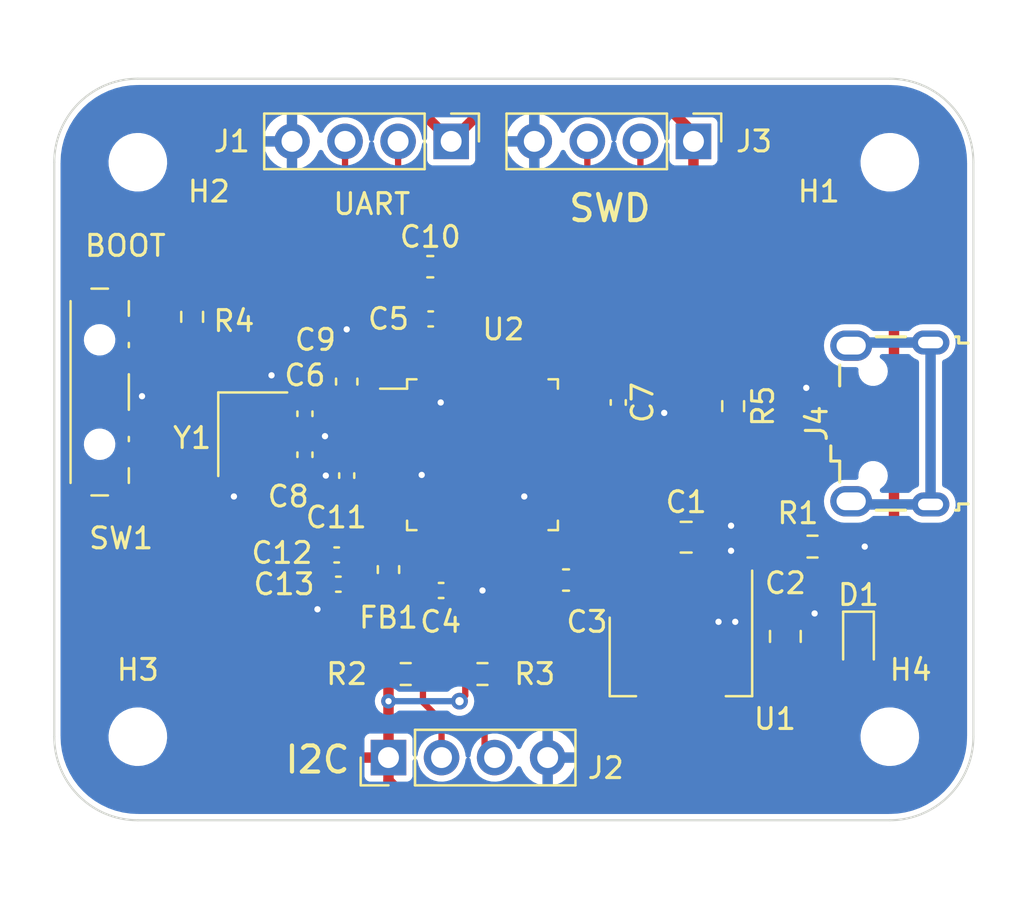
<source format=kicad_pcb>
(kicad_pcb (version 20211014) (generator pcbnew)
  (layers (0 "F.Cu" signal) (31 "B.Cu" power) (34 "B.Paste" user) (35 "F.Paste" user) (36 "B.SilkS" user "B.Silkscreen") (37 "F.SilkS" user "F.Silkscreen") (38 "B.Mask" user) (39 "F.Mask" user) (44 "Edge.Cuts" user))
  (net 0 "")
  (net 1 "VBUS")
  (net 2 "GND")
  (net 3 "+3V3")
  (net 4 "/NRST")
  (net 5 "/HSE_IN")
  (net 6 "/HSE_OUT")
  (net 7 "+3.3VA")
  (net 8 "Net-(D1-Pad1)")
  (net 9 "/UART1_TX")
  (net 10 "/UART1_RX")
  (net 11 "/I2C2_SCL")
  (net 12 "/I2C2_SDA")
  (net 13 "/SWDIO")
  (net 14 "/SWCLK")
  (net 16 "unconnected-(J4-Pad6)")
  (net 17 "/SW_BOOT0")
  (net 18 "/BOOT0")
  (net 46 "/USB_d+")
  (net 47 "/USB_d-")
  (footprint "Capacitor_SMD:C_0402_1005Metric" (layer "F.Cu") (at 166.02 99.5)
    (fp_text reference "C5" (at -2.02 0) (layer "F.SilkS"))
    (fp_text value "100n")
    (fp_line (start -0.107836 0.36) (end 0.107836 0.36) (layer "F.SilkS") (width 0.12))
    (fp_line (start -0.107836 -0.36) (end 0.107836 -0.36) (layer "F.SilkS") (width 0.12))
    (pad "1" smd roundrect (at -0.48 0) (size 0.56 0.62) (layers "F.Cu" "F.Paste" "F.Mask") (net 3 "+3V3"))
    (pad "2" smd roundrect (at 0.48 0) (size 0.56 0.62) (layers "F.Cu" "F.Paste" "F.Mask") (net 2 "GND"))
  )
  (footprint "Capacitor_SMD:C_0402_1005Metric" (layer "F.Cu") (at 162 107 90)
    (fp_text reference "C11" (at -2 -0.5) (layer "F.SilkS"))
    (fp_text value "10n")
    (fp_line (start -0.107836 -0.36) (end 0.107836 -0.36) (layer "F.SilkS") (width 0.12))
    (fp_line (start -0.107836 0.36) (end 0.107836 0.36) (layer "F.SilkS") (width 0.12))
    (pad "1" smd roundrect (at -0.48 0 90) (size 0.56 0.62) (layers "F.Cu" "F.Paste" "F.Mask") (net 7 "+3.3VA"))
    (pad "2" smd roundrect (at 0.48 0 90) (size 0.56 0.62) (layers "F.Cu" "F.Paste" "F.Mask") (net 2 "GND"))
  )
  (footprint "Inductor_SMD:L_0603_1608Metric" (layer "F.Cu") (at 164 111.5 -90)
    (fp_text reference "FB1" (at 2.3 0) (layer "F.SilkS"))
    (fp_text value "120R")
    (fp_line (start -0.162779 0.51) (end 0.162779 0.51) (layer "F.SilkS") (width 0.12))
    (fp_line (start -0.162779 -0.51) (end 0.162779 -0.51) (layer "F.SilkS") (width 0.12))
    (pad "1" smd roundrect (at -0.7875 0 270) (size 0.875 0.95) (layers "F.Cu" "F.Paste" "F.Mask") (net 7 "+3.3VA"))
    (pad "2" smd roundrect (at 0.7875 0 270) (size 0.875 0.95) (layers "F.Cu" "F.Paste" "F.Mask") (net 3 "+3V3"))
  )
  (footprint "Resistor_SMD:R_0603_1608Metric" (layer "F.Cu") (at 154.6 99.4 90)
    (fp_text reference "R4" (at -0.2 2) (layer "F.SilkS"))
    (fp_text value "10K")
    (fp_line (start -0.237258 0.5225) (end 0.237258 0.5225) (layer "F.SilkS") (width 0.12))
    (fp_line (start -0.237258 -0.5225) (end 0.237258 -0.5225) (layer "F.SilkS") (width 0.12))
    (pad "1" smd roundrect (at -0.825 0 90) (size 0.8 0.95) (layers "F.Cu" "F.Paste" "F.Mask") (net 17 "/SW_BOOT0"))
    (pad "2" smd roundrect (at 0.825 0 90) (size 0.8 0.95) (layers "F.Cu" "F.Paste" "F.Mask") (net 18 "/BOOT0"))
  )
  (footprint "Capacitor_SMD:C_0805_2012Metric" (layer "F.Cu") (at 178.25 109.95)
    (fp_text reference "C1" (at 0 -1.68) (layer "F.SilkS"))
    (fp_text value "22uf")
    (fp_line (start -0.261252 0.735) (end 0.261252 0.735) (layer "F.SilkS") (width 0.12))
    (fp_line (start -0.261252 -0.735) (end 0.261252 -0.735) (layer "F.SilkS") (width 0.12))
    (pad "1" smd roundrect (at -0.95 0) (size 1 1.45) (layers "F.Cu" "F.Paste" "F.Mask") (net 1 "VBUS"))
    (pad "2" smd roundrect (at 0.95 0) (size 1 1.45) (layers "F.Cu" "F.Paste" "F.Mask") (net 2 "GND"))
  )
  (footprint "Capacitor_SMD:C_0805_2012Metric" (layer "F.Cu") (at 183 114.7 90)
    (fp_text reference "C2" (at 2.55 0) (layer "F.SilkS"))
    (fp_text value "22uf")
    (fp_line (start -0.261252 0.735) (end 0.261252 0.735) (layer "F.SilkS") (width 0.12))
    (fp_line (start -0.261252 -0.735) (end 0.261252 -0.735) (layer "F.SilkS") (width 0.12))
    (pad "1" smd roundrect (at -0.95 0 90) (size 1 1.45) (layers "F.Cu" "F.Paste" "F.Mask") (net 3 "+3V3"))
    (pad "2" smd roundrect (at 0.95 0 90) (size 1 1.45) (layers "F.Cu" "F.Paste" "F.Mask") (net 2 "GND"))
  )
  (footprint "Resistor_SMD:R_0603_1608Metric" (layer "F.Cu") (at 168.5 116.5)
    (fp_text reference "R3" (at 2.5 0) (layer "F.SilkS"))
    (fp_text value "1K5")
    (fp_line (start -0.237258 0.5225) (end 0.237258 0.5225) (layer "F.SilkS") (width 0.12))
    (fp_line (start -0.237258 -0.5225) (end 0.237258 -0.5225) (layer "F.SilkS") (width 0.12))
    (pad "1" smd roundrect (at -0.825 0) (size 0.8 0.95) (layers "F.Cu" "F.Paste" "F.Mask") (net 3 "+3V3"))
    (pad "2" smd roundrect (at 0.825 0) (size 0.8 0.95) (layers "F.Cu" "F.Paste" "F.Mask") (net 12 "/I2C2_SDA"))
  )
  (footprint "Resistor_SMD:R_0603_1608Metric" (layer "F.Cu") (at 164.825 116.5)
    (fp_text reference "R2" (at -2.825 0) (layer "F.SilkS"))
    (fp_text value "1K5")
    (fp_line (start -0.237258 -0.5225) (end 0.237258 -0.5225) (layer "F.SilkS") (width 0.12))
    (fp_line (start -0.237258 0.5225) (end 0.237258 0.5225) (layer "F.SilkS") (width 0.12))
    (pad "1" smd roundrect (at -0.825 0) (size 0.8 0.95) (layers "F.Cu" "F.Paste" "F.Mask") (net 3 "+3V3"))
    (pad "2" smd roundrect (at 0.825 0) (size 0.8 0.95) (layers "F.Cu" "F.Paste" "F.Mask") (net 11 "/I2C2_SCL"))
  )
  (footprint "Capacitor_SMD:C_0603_1608Metric" (layer "F.Cu") (at 166 97)
    (fp_text reference "C10" (at 0 -1.43) (layer "F.SilkS"))
    (fp_text value "100n")
    (fp_line (start -0.14058 -0.51) (end 0.14058 -0.51) (layer "F.SilkS") (width 0.12))
    (fp_line (start -0.14058 0.51) (end 0.14058 0.51) (layer "F.SilkS") (width 0.12))
    (pad "1" smd roundrect (at -0.775 0) (size 0.9 0.95) (layers "F.Cu" "F.Paste" "F.Mask") (net 3 "+3V3"))
    (pad "2" smd roundrect (at 0.775 0) (size 0.9 0.95) (layers "F.Cu" "F.Paste" "F.Mask") (net 2 "GND"))
  )
  (footprint "Capacitor_SMD:C_0603_1608Metric" (layer "F.Cu") (at 172.5 112 180)
    (fp_text reference "C3" (at -1 -2) (layer "F.SilkS"))
    (fp_text value "10uf")
    (fp_line (start -0.14058 0.51) (end 0.14058 0.51) (layer "F.SilkS") (width 0.12))
    (fp_line (start -0.14058 -0.51) (end 0.14058 -0.51) (layer "F.SilkS") (width 0.12))
    (pad "1" smd roundrect (at -0.775 0 180) (size 0.9 0.95) (layers "F.Cu" "F.Paste" "F.Mask") (net 3 "+3V3"))
    (pad "2" smd roundrect (at 0.775 0 180) (size 0.9 0.95) (layers "F.Cu" "F.Paste" "F.Mask") (net 2 "GND"))
  )
  (footprint "Capacitor_SMD:C_0402_1005Metric" (layer "F.Cu") (at 166.52 112.5)
    (fp_text reference "C4" (at -0.02 1.5) (layer "F.SilkS"))
    (fp_text value "100n")
    (fp_line (start -0.107836 0.36) (end 0.107836 0.36) (layer "F.SilkS") (width 0.12))
    (fp_line (start -0.107836 -0.36) (end 0.107836 -0.36) (layer "F.SilkS") (width 0.12))
    (pad "1" smd roundrect (at -0.48 0) (size 0.56 0.62) (layers "F.Cu" "F.Paste" "F.Mask") (net 4 "/NRST"))
    (pad "2" smd roundrect (at 0.48 0) (size 0.56 0.62) (layers "F.Cu" "F.Paste" "F.Mask") (net 2 "GND"))
  )
  (footprint "Capacitor_SMD:C_0402_1005Metric" (layer "F.Cu") (at 175 103.5 -90)
    (fp_text reference "C7" (at 0 -1.16 90) (layer "F.SilkS"))
    (fp_text value "100n")
    (fp_line (start -0.107836 -0.36) (end 0.107836 -0.36) (layer "F.SilkS") (width 0.12))
    (fp_line (start -0.107836 0.36) (end 0.107836 0.36) (layer "F.SilkS") (width 0.12))
    (pad "1" smd roundrect (at -0.48 0 270) (size 0.56 0.62) (layers "F.Cu" "F.Paste" "F.Mask") (net 3 "+3V3"))
    (pad "2" smd roundrect (at 0.48 0 270) (size 0.56 0.62) (layers "F.Cu" "F.Paste" "F.Mask") (net 2 "GND"))
  )
  (footprint "Connector_PinHeader_2.54mm:PinHeader_1x04_P2.54mm_Vertical" (layer "F.Cu") (at 178.6 91 -90)
    (fp_text reference "J3" (at 0 -2.9 180) (layer "F.SilkS"))
    (fp_text value "Conn_01x04_Male")
    (fp_line (start -1.33 -1.33) (end 0 -1.33) (layer "F.SilkS") (width 0.12))
    (fp_line (start -1.33 1.27) (end -1.33 8.95) (layer "F.SilkS") (width 0.12))
    (fp_line (start 1.33 1.27) (end 1.33 8.95) (layer "F.SilkS") (width 0.12))
    (fp_line (start -1.33 1.27) (end 1.33 1.27) (layer "F.SilkS") (width 0.12))
    (fp_line (start -1.33 0) (end -1.33 -1.33) (layer "F.SilkS") (width 0.12))
    (fp_line (start -1.33 8.95) (end 1.33 8.95) (layer "F.SilkS") (width 0.12))
    (pad "1" thru_hole rect (at 0 0 270) (size 1.7 1.7) (drill 1) (layers *.Cu *.Mask) (net 3 "+3V3"))
    (pad "2" thru_hole oval (at 0 2.54 270) (size 1.7 1.7) (drill 1) (layers *.Cu *.Mask) (net 13 "/SWDIO"))
    (pad "3" thru_hole oval (at 0 5.08 270) (size 1.7 1.7) (drill 1) (layers *.Cu *.Mask) (net 14 "/SWCLK"))
    (pad "4" thru_hole oval (at 0 7.62 270) (size 1.7 1.7) (drill 1) (layers *.Cu *.Mask) (net 2 "GND"))
  )
  (footprint "Button_Switch_SMD:SW_SP3T_PCM13" (layer "F.Cu") (at 150.5 103 -90)
    (fp_text reference "SW1" (at 7 -0.7) (layer "F.SilkS"))
    (fp_text value "SW_SPDT")
    (fp_line (start -0.85 -1.07) (end 0.85 -1.07) (layer "F.SilkS") (width 0.12))
    (fp_line (start -2.35 -1.07) (end -2.15 -1.07) (layer "F.SilkS") (width 0.12))
    (fp_line (start -4.35 -1.07) (end -3.65 -1.07) (layer "F.SilkS") (width 0.12))
    (fp_line (start 4.95 0.72) (end 4.95 -0.07) (layer "F.SilkS") (width 0.12))
    (fp_line (start -4.35 1.72) (end 4.35 1.72) (layer "F.SilkS") (width 0.12))
    (fp_line (start 3.65 -1.07) (end 4.35 -1.07) (layer "F.SilkS") (width 0.12))
    (fp_line (start 2.15 -1.07) (end 2.35 -1.07) (layer "F.SilkS") (width 0.12))
    (fp_line (start -4.95 -0.07) (end -4.95 0.72) (layer "F.SilkS") (width 0.12))
    (pad "" np_thru_hole circle (at 2.5 0.33 270) (size 0.9 0.9) (drill 0.9) (layers *.Cu *.Mask))
    (pad "" np_thru_hole circle (at -2.5 0.33 270) (size 0.9 0.9) (drill 0.9) (layers *.Cu *.Mask))
    (pad "" smd rect (at -5.15 -0.78 270) (size 1 0.8) (layers "F.Cu" "F.Paste" "F.Mask"))
    (pad "" smd rect (at 5.15 -0.78 270) (size 1 0.8) (layers "F.Cu" "F.Paste" "F.Mask"))
    (pad "" smd rect (at 5.15 1.43 270) (size 1 0.8) (layers "F.Cu" "F.Paste" "F.Mask"))
    (pad "" smd rect (at -5.15 1.43 270) (size 1 0.8) (layers "F.Cu" "F.Paste" "F.Mask"))
    (pad "1" smd rect (at -3 -1.43 270) (size 0.7 1.5) (layers "F.Cu" "F.Paste" "F.Mask") (net 3 "+3V3"))
    (pad "2" smd rect (at -1.5 -1.43 270) (size 0.7 1.5) (layers "F.Cu" "F.Paste" "F.Mask") (net 17 "/SW_BOOT0"))
    (pad "3" smd rect (at 1.5 -1.43 270) (size 0.7 1.5) (layers "F.Cu" "F.Paste" "F.Mask") (net 2 "GND"))
    (pad "4" smd rect (at 3 -1.43 270) (size 0.7 1.5) (layers "F.Cu" "F.Paste" "F.Mask"))
  )
  (footprint "Capacitor_SMD:C_0402_1005Metric" (layer "F.Cu") (at 160 104.04 90)
    (fp_text reference "C6" (at 1.84 0) (layer "F.SilkS"))
    (fp_text value "10p")
    (fp_line (start -0.107836 -0.36) (end 0.107836 -0.36) (layer "F.SilkS") (width 0.12))
    (fp_line (start -0.107836 0.36) (end 0.107836 0.36) (layer "F.SilkS") (width 0.12))
    (pad "1" smd roundrect (at -0.48 0 90) (size 0.56 0.62) (layers "F.Cu" "F.Paste" "F.Mask") (net 5 "/HSE_IN"))
    (pad "2" smd roundrect (at 0.48 0 90) (size 0.56 0.62) (layers "F.Cu" "F.Paste" "F.Mask") (net 2 "GND"))
  )
  (footprint "Crystal:Crystal_SMD_3225-4Pin_3.2x2.5mm" (layer "F.Cu") (at 157.5 105.02 -90)
    (fp_text reference "Y1" (at 0.18 2.9) (layer "F.SilkS"))
    (fp_text value "16MHZ")
    (fp_line (start -2 1.65) (end 2 1.65) (layer "F.SilkS") (width 0.12))
    (fp_line (start -2 -1.65) (end -2 1.65) (layer "F.SilkS") (width 0.12))
    (pad "1" smd rect (at -1.1 0.85 270) (size 1.4 1.2) (layers "F.Cu" "F.Paste" "F.Mask") (net 5 "/HSE_IN"))
    (pad "2" smd rect (at 1.1 0.85 270) (size 1.4 1.2) (layers "F.Cu" "F.Paste" "F.Mask") (net 2 "GND"))
    (pad "3" smd rect (at 1.1 -0.85 270) (size 1.4 1.2) (layers "F.Cu" "F.Paste" "F.Mask") (net 6 "/HSE_OUT"))
    (pad "4" smd rect (at -1.1 -0.85 270) (size 1.4 1.2) (layers "F.Cu" "F.Paste" "F.Mask") (net 2 "GND"))
  )
  (footprint "Capacitor_SMD:C_0402_1005Metric" (layer "F.Cu") (at 161.52 110.8 180)
    (fp_text reference "C12" (at 2.62 0.1) (layer "F.SilkS"))
    (fp_text value "1uf")
    (fp_line (start -0.107836 -0.36) (end 0.107836 -0.36) (layer "F.SilkS") (width 0.12))
    (fp_line (start -0.107836 0.36) (end 0.107836 0.36) (layer "F.SilkS") (width 0.12))
    (pad "1" smd roundrect (at -0.48 0 180) (size 0.56 0.62) (layers "F.Cu" "F.Paste" "F.Mask") (net 7 "+3.3VA"))
    (pad "2" smd roundrect (at 0.48 0 180) (size 0.56 0.62) (layers "F.Cu" "F.Paste" "F.Mask") (net 2 "GND"))
  )
  (footprint "MountingHole:MountingHole_2.2mm_M2" (layer "F.Cu") (at 188 119.5)
    (fp_text reference "H4" (at 1 -3.2) (layer "F.SilkS"))
    (fp_text value "MountingHole")
    (pad "" np_thru_hole circle (at 0 0) (size 2.2 2.2) (drill 2.2) (layers *.Cu *.Mask))
  )
  (footprint "Resistor_SMD:R_0603_1608Metric" (layer "F.Cu") (at 180.5 103.675 -90)
    (fp_text reference "R5" (at 0 -1.43 90) (layer "F.SilkS"))
    (fp_text value "1K5")
    (fp_line (start -0.237258 -0.5225) (end 0.237258 -0.5225) (layer "F.SilkS") (width 0.12))
    (fp_line (start -0.237258 0.5225) (end 0.237258 0.5225) (layer "F.SilkS") (width 0.12))
    (pad "1" smd roundrect (at -0.825 0 270) (size 0.8 0.95) (layers "F.Cu" "F.Paste" "F.Mask") (net 3 "+3V3"))
    (pad "2" smd roundrect (at 0.825 0 270) (size 0.8 0.95) (layers "F.Cu" "F.Paste" "F.Mask") (net 47 "/USB_d-"))
  )
  (footprint "MountingHole:MountingHole_2.2mm_M2" (layer "F.Cu") (at 152 92)
    (fp_text reference "H2" (at 3.4 1.4) (layer "F.SilkS"))
    (fp_text value "MountingHole")
    (pad "" np_thru_hole circle (at 0 0) (size 2.2 2.2) (drill 2.2) (layers *.Cu *.Mask))
  )
  (footprint "Capacitor_SMD:C_0402_1005Metric" (layer "F.Cu") (at 160 106 90)
    (fp_text reference "C8" (at -2 -0.8) (layer "F.SilkS"))
    (fp_text value "10p")
    (fp_line (start -0.107836 0.36) (end 0.107836 0.36) (layer "F.SilkS") (width 0.12))
    (fp_line (start -0.107836 -0.36) (end 0.107836 -0.36) (layer "F.SilkS") (width 0.12))
    (pad "1" smd roundrect (at -0.48 0 90) (size 0.56 0.62) (layers "F.Cu" "F.Paste" "F.Mask") (net 6 "/HSE_OUT"))
    (pad "2" smd roundrect (at 0.48 0 90) (size 0.56 0.62) (layers "F.Cu" "F.Paste" "F.Mask") (net 2 "GND"))
  )
  (footprint "Package_QFP:LQFP-48_7x7mm_P0.5mm" (layer "F.Cu") (at 168.5 106)
    (fp_text reference "U2" (at 1 -6) (layer "F.SilkS"))
    (fp_text value "STM32F103C8T6")
    (fp_line (start -3.16 3.61) (end -3.61 3.61) (layer "F.SilkS") (width 0.12))
    (fp_line (start -3.61 -3.16) (end -4.9 -3.16) (layer "F.SilkS") (width 0.12))
    (fp_line (start -3.61 -3.61) (end -3.61 -3.16) (layer "F.SilkS") (width 0.12))
    (fp_line (start 3.61 -3.61) (end 3.61 -3.16) (layer "F.SilkS") (width 0.12))
    (fp_line (start 3.61 3.61) (end 3.61 3.16) (layer "F.SilkS") (width 0.12))
    (fp_line (start -3.16 -3.61) (end -3.61 -3.61) (layer "F.SilkS") (width 0.12))
    (fp_line (start 3.16 -3.61) (end 3.61 -3.61) (layer "F.SilkS") (width 0.12))
    (fp_line (start -3.61 3.61) (end -3.61 3.16) (layer "F.SilkS") (width 0.12))
    (fp_line (start 3.16 3.61) (end 3.61 3.61) (layer "F.SilkS") (width 0.12))
    (pad "1" smd roundrect (at -4.1625 -2.75) (size 1.475 0.3) (layers "F.Cu" "F.Paste" "F.Mask") (net 3 "+3V3"))
    (pad "2" smd roundrect (at -4.1625 -2.25) (size 1.475 0.3) (layers "F.Cu" "F.Paste" "F.Mask"))
    (pad "3" smd roundrect (at -4.1625 -1.75) (size 1.475 0.3) (layers "F.Cu" "F.Paste" "F.Mask"))
    (pad "4" smd roundrect (at -4.1625 -1.25) (size 1.475 0.3) (layers "F.Cu" "F.Paste" "F.Mask"))
    (pad "5" smd roundrect (at -4.1625 -0.75) (size 1.475 0.3) (layers "F.Cu" "F.Paste" "F.Mask") (net 5 "/HSE_IN"))
    (pad "6" smd roundrect (at -4.1625 -0.25) (size 1.475 0.3) (layers "F.Cu" "F.Paste" "F.Mask") (net 6 "/HSE_OUT"))
    (pad "7" smd roundrect (at -4.1625 0.25) (size 1.475 0.3) (layers "F.Cu" "F.Paste" "F.Mask") (net 4 "/NRST"))
    (pad "8" smd roundrect (at -4.1625 0.75) (size 1.475 0.3) (layers "F.Cu" "F.Paste" "F.Mask") (net 2 "GND"))
    (pad "9" smd roundrect (at -4.1625 1.25) (size 1.475 0.3) (layers "F.Cu" "F.Paste" "F.Mask") (net 7 "+3.3VA"))
    (pad "10" smd roundrect (at -4.1625 1.75) (size 1.475 0.3) (layers "F.Cu" "F.Paste" "F.Mask"))
    (pad "11" smd roundrect (at -4.1625 2.25) (size 1.475 0.3) (layers "F.Cu" "F.Paste" "F.Mask"))
    (pad "12" smd roundrect (at -4.1625 2.75) (size 1.475 0.3) (layers "F.Cu" "F.Paste" "F.Mask"))
    (pad "13" smd roundrect (at -2.75 4.1625) (size 0.3 1.475) (layers "F.Cu" "F.Paste" "F.Mask"))
    (pad "14" smd roundrect (at -2.25 4.1625) (size 0.3 1.475) (layers "F.Cu" "F.Paste" "F.Mask"))
    (pad "15" smd roundrect (at -1.75 4.1625) (size 0.3 1.475) (layers "F.Cu" "F.Paste" "F.Mask"))
    (pad "16" smd roundrect (at -1.25 4.1625) (size 0.3 1.475) (layers "F.Cu" "F.Paste" "F.Mask"))
    (pad "17" smd roundrect (at -0.75 4.1625) (size 0.3 1.475) (layers "F.Cu" "F.Paste" "F.Mask"))
    (pad "18" smd roundrect (at -0.25 4.1625) (size 0.3 1.475) (layers "F.Cu" "F.Paste" "F.Mask"))
    (pad "19" smd roundrect (at 0.25 4.1625) (size 0.3 1.475) (layers "F.Cu" "F.Paste" "F.Mask"))
    (pad "20" smd roundrect (at 0.75 4.1625) (size 0.3 1.475) (layers "F.Cu" "F.Paste" "F.Mask"))
    (pad "21" smd roundrect (at 1.25 4.1625) (size 0.3 1.475) (layers "F.Cu" "F.Paste" "F.Mask") (net 11 "/I2C2_SCL"))
    (pad "22" smd roundrect (at 1.75 4.1625) (size 0.3 1.475) (layers "F.Cu" "F.Paste" "F.Mask") (net 12 "/I2C2_SDA"))
    (pad "23" smd roundrect (at 2.25 4.1625) (size 0.3 1.475) (layers "F.Cu" "F.Paste" "F.Mask") (net 2 "GND"))
    (pad "24" smd roundrect (at 2.75 4.1625) (size 0.3 1.475) (layers "F.Cu" "F.Paste" "F.Mask") (net 3 "+3V3"))
    (pad "25" smd roundrect (at 4.1625 2.75) (size 1.475 0.3) (layers "F.Cu" "F.Paste" "F.Mask"))
    (pad "26" smd roundrect (at 4.1625 2.25) (size 1.475 0.3) (layers "F.Cu" "F.Paste" "F.Mask"))
    (pad "27" smd roundrect (at 4.1625 1.75) (size 1.475 0.3) (layers "F.Cu" "F.Paste" "F.Mask"))
    (pad "28" smd roundrect (at 4.1625 1.25) (size 1.475 0.3) (layers "F.Cu" "F.Paste" "F.Mask"))
    (pad "29" smd roundrect (at 4.1625 0.75) (size 1.475 0.3) (layers "F.Cu" "F.Paste" "F.Mask"))
    (pad "30" smd roundrect (at 4.1625 0.25) (size 1.475 0.3) (layers "F.Cu" "F.Paste" "F.Mask"))
    (pad "31" smd roundrect (at 4.1625 -0.25) (size 1.475 0.3) (layers "F.Cu" "F.Paste" "F.Mask"))
    (pad "32" smd roundrect (at 4.1625 -0.75) (size 1.475 0.3) (layers "F.Cu" "F.Paste" "F.Mask") (net 46 "/USB_d+"))
    (pad "33" smd roundrect (at 4.1625 -1.25) (size 1.475 0.3) (layers "F.Cu" "F.Paste" "F.Mask") (net 47 "/USB_d-"))
    (pad "34" smd roundrect (at 4.1625 -1.75) (size 1.475 0.3) (layers "F.Cu" "F.Paste" "F.Mask") (net 13 "/SWDIO"))
    (pad "35" smd roundrect (at 4.1625 -2.25) (size 1.475 0.3) (layers "F.Cu" "F.Paste" "F.Mask") (net 2 "GND"))
    (pad "36" smd roundrect (at 4.1625 -2.75) (size 1.475 0.3) (layers "F.Cu" "F.Paste" "F.Mask") (net 3 "+3V3"))
    (pad "37" smd roundrect (at 2.75 -4.1625) (size 0.3 1.475) (layers "F.Cu" "F.Paste" "F.Mask") (net 14 "/SWCLK"))
    (pad "38" smd roundrect (at 2.25 -4.1625) (size 0.3 1.475) (layers "F.Cu" "F.Paste" "F.Mask"))
    (pad "39" smd roundrect (at 1.75 -4.1625) (size 0.3 1.475) (layers "F.Cu" "F.Paste" "F.Mask"))
    (pad "40" smd roundrect (at 1.25 -4.1625) (size 0.3 1.475) (layers "F.Cu" "F.Paste" "F.Mask"))
    (pad "41" smd roundrect (at 0.75 -4.1625) (size 0.3 1.475) (layers "F.Cu" "F.Paste" "F.Mask"))
    (pad "42" smd roundrect (at 0.25 -4.1625) (size 0.3 1.475) (layers "F.Cu" "F.Paste" "F.Mask") (net 9 "/UART1_TX"))
    (pad "43" smd roundrect (at -0.25 -4.1625) (size 0.3 1.475) (layers "F.Cu" "F.Paste" "F.Mask") (net 10 "/UART1_RX"))
    (pad "44" smd roundrect (at -0.75 -4.1625) (size 0.3 1.475) (layers "F.Cu" "F.Paste" "F.Mask") (net 18 "/BOOT0"))
    (pad "45" smd roundrect (at -1.25 -4.1625) (size 0.3 1.475) (layers "F.Cu" "F.Paste" "F.Mask"))
    (pad "46" smd roundrect (at -1.75 -4.1625) (size 0.3 1.475) (layers "F.Cu" "F.Paste" "F.Mask"))
    (pad "47" smd roundrect (at -2.25 -4.1625) (size 0.3 1.475) (layers "F.Cu" "F.Paste" "F.Mask") (net 2 "GND"))
    (pad "48" smd roundrect (at -2.75 -4.1625) (size 0.3 1.475) (layers "F.Cu" "F.Paste" "F.Mask") (net 3 "+3V3"))
  )
  (footprint "Capacitor_SMD:C_0603_1608Metric" (layer "F.Cu") (at 162 102.5 90)
    (fp_text reference "C9" (at 2 -1.5) (layer "F.SilkS"))
    (fp_text value "100n")
    (fp_line (start -0.14058 -0.51) (end 0.14058 -0.51) (layer "F.SilkS") (width 0.12))
    (fp_line (start -0.14058 0.51) (end 0.14058 0.51) (layer "F.SilkS") (width 0.12))
    (pad "1" smd roundrect (at -0.775 0 90) (size 0.9 0.95) (layers "F.Cu" "F.Paste" "F.Mask") (net 3 "+3V3"))
    (pad "2" smd roundrect (at 0.775 0 90) (size 0.9 0.95) (layers "F.Cu" "F.Paste" "F.Mask") (net 2 "GND"))
  )
  (footprint "MountingHole:MountingHole_2.2mm_M2" (layer "F.Cu") (at 152 119.5)
    (fp_text reference "H3" (at 0 -3.2) (layer "F.SilkS"))
    (fp_text value "MountingHole")
    (pad "" np_thru_hole circle (at 0 0) (size 2.2 2.2) (drill 2.2) (layers *.Cu *.Mask))
  )
  (footprint "Connector_USB:USB_Micro-B_Wuerth_629105150521" (layer "F.Cu") (at 188 104.505 90)
    (fp_text reference "J4" (at 0 -3.5 90) (layer "F.SilkS"))
    (fp_text value "USB_B_Micro")
    (fp_line (start 4.15 0.75) (end 4.15 -0.65) (layer "F.SilkS") (width 0.15))
    (fp_line (start 4.15 3.3) (end 4.15 3.15) (layer "F.SilkS") (width 0.15))
    (fp_line (start -4.15 3.15) (end -4.15 3.3) (layer "F.SilkS") (width 0.15))
    (fp_line (start -3.85 3.3) (end -3.85 3.75) (layer "F.SilkS") (width 0.15))
    (fp_line (start -1.8 -2.4) (end -2.8 -2.4) (layer "F.SilkS") (width 0.15))
    (fp_line (start -1.075 -2.825) (end -1.8 -2.825) (layer "F.SilkS") (width 0.15))
    (fp_line (start 3.85 3.75) (end 3.85 3.3) (layer "F.SilkS") (width 0.15))
    (fp_line (start -4.15 3.3) (end -3.85 3.3) (layer "F.SilkS") (width 0.15))
    (fp_line (start 1.8 -2.4) (end 2.8 -2.4) (layer "F.SilkS") (width 0.15))
    (fp_line (start -4.15 -0.65) (end -4.15 0.75) (layer "F.SilkS") (width 0.15))
    (fp_line (start 3.85 3.3) (end 4.15 3.3) (layer "F.SilkS") (width 0.15))
    (fp_line (start -1.8 -2.825) (end -1.8 -2.4) (layer "F.SilkS") (width 0.15))
    (pad "" np_thru_hole oval (at 2.5 -0.8 90) (size 0.8 0.8) (drill 0.8) (layers *.Cu *.Mask))
    (pad "" np_thru_hole oval (at -2.5 -0.8 90) (size 0.8 0.8) (drill 0.8) (layers *.Cu *.Mask))
    (pad "1" smd rect (at -1.3 -1.9 90) (size 0.45 1.3) (layers "F.Cu" "F.Paste" "F.Mask") (net 1 "VBUS"))
    (pad "2" smd rect (at -0.65 -1.9 90) (size 0.45 1.3) (layers "F.Cu" "F.Paste" "F.Mask") (net 46 "/USB_d+"))
    (pad "3" smd rect (at 0 -1.9 90) (size 0.45 1.3) (layers "F.Cu" "F.Paste" "F.Mask") (net 47 "/USB_d-"))
    (pad "4" smd rect (at 0.65 -1.9 90) (size 0.45 1.3) (layers "F.Cu" "F.Paste" "F.Mask"))
    (pad "5" smd rect (at 1.3 -1.9 90) (size 0.45 1.3) (layers "F.Cu" "F.Paste" "F.Mask") (net 2 "GND"))
    (pad "6" thru_hole oval (at 3.875 1.95 90) (size 1.15 1.8) (drill oval 0.55 1.2) (layers *.Cu *.Mask) (net 16 "unconnected-(J4-Pad6)"))
    (pad "6" thru_hole oval (at -3.875 1.95 90) (size 1.15 1.8) (drill oval 0.55 1.2) (layers *.Cu *.Mask) (net 16 "unconnected-(J4-Pad6)"))
    (pad "6" thru_hole oval (at 3.725 -1.85 90) (size 1.45 2) (drill oval 0.85 1.4) (layers *.Cu *.Mask) (net 16 "unconnected-(J4-Pad6)"))
    (pad "6" thru_hole oval (at -3.725 -1.85 90) (size 1.45 2) (drill oval 0.85 1.4) (layers *.Cu *.Mask) (net 16 "unconnected-(J4-Pad6)"))
  )
  (footprint "Connector_PinHeader_2.54mm:PinHeader_1x04_P2.54mm_Vertical" (layer "F.Cu") (at 164 120.5 90)
    (fp_text reference "J2" (at -0.5 10.4) (layer "F.SilkS"))
    (fp_text value "Conn_01x04_Male")
    (fp_line (start -1.33 1.27) (end 1.33 1.27) (layer "F.SilkS") (width 0.12))
    (fp_line (start -1.33 -1.33) (end 0 -1.33) (layer "F.SilkS") (width 0.12))
    (fp_line (start 1.33 1.27) (end 1.33 8.95) (layer "F.SilkS") (width 0.12))
    (fp_line (start -1.33 8.95) (end 1.33 8.95) (layer "F.SilkS") (width 0.12))
    (fp_line (start -1.33 0) (end -1.33 -1.33) (layer "F.SilkS") (width 0.12))
    (fp_line (start -1.33 1.27) (end -1.33 8.95) (layer "F.SilkS") (width 0.12))
    (pad "1" thru_hole rect (at 0 0 90) (size 1.7 1.7) (drill 1) (layers *.Cu *.Mask) (net 3 "+3V3"))
    (pad "2" thru_hole oval (at 0 2.54 90) (size 1.7 1.7) (drill 1) (layers *.Cu *.Mask) (net 11 "/I2C2_SCL"))
    (pad "3" thru_hole oval (at 0 5.08 90) (size 1.7 1.7) (drill 1) (layers *.Cu *.Mask) (net 12 "/I2C2_SDA"))
    (pad "4" thru_hole oval (at 0 7.62 90) (size 1.7 1.7) (drill 1) (layers *.Cu *.Mask) (net 2 "GND"))
  )
  (footprint "LED_SMD:LED_0603_1608Metric" (layer "F.Cu") (at 186.5 115 -90)
    (fp_text reference "D1" (at -2.2875 0) (layer "F.SilkS"))
    (fp_text value "LED")
    (fp_line (start 0.8 -0.735) (end -1.485 -0.735) (layer "F.SilkS") (width 0.12))
    (fp_line (start -1.485 0.735) (end 0.8 0.735) (layer "F.SilkS") (width 0.12))
    (fp_line (start -1.485 -0.735) (end -1.485 0.735) (layer "F.SilkS") (width 0.12))
    (pad "1" smd roundrect (at -0.7875 0 270) (size 0.875 0.95) (layers "F.Cu" "F.Paste" "F.Mask") (net 8 "Net-(D1-Pad1)"))
    (pad "2" smd roundrect (at 0.7875 0 270) (size 0.875 0.95) (layers "F.Cu" "F.Paste" "F.Mask") (net 3 "+3V3"))
  )
  (footprint "MountingHole:MountingHole_2.2mm_M2" (layer "F.Cu") (at 188 92)
    (fp_text reference "H1" (at -3.4 1.4) (layer "F.SilkS"))
    (fp_text value "MountingHole")
    (pad "" np_thru_hole circle (at 0 0) (size 2.2 2.2) (drill 2.2) (layers *.Cu *.Mask))
  )
  (footprint "Package_TO_SOT_SMD:SOT-223-3_TabPin2" (layer "F.Cu") (at 178 115.65 -90)
    (fp_text reference "U1" (at 3 -4.5 180) (layer "F.SilkS"))
    (fp_text value "AMS1117-3.3")
    (fp_line (start -1.85 3.41) (end 1.91 3.41) (layer "F.SilkS") (width 0.12))
    (fp_line (start 1.91 -3.41) (end 1.91 -2.15) (layer "F.SilkS") (width 0.12))
    (fp_line (start -4.1 -3.41) (end 1.91 -3.41) (layer "F.SilkS") (width 0.12))
    (fp_line (start 1.91 3.41) (end 1.91 2.15) (layer "F.SilkS") (width 0.12))
    (pad "1" smd rect (at -3.15 -2.3 270) (size 2 1.5) (layers "F.Cu" "F.Paste" "F.Mask") (net 2 "GND"))
    (pad "2" smd rect (at 3.15 0 270) (size 2 3.8) (layers "F.Cu" "F.Paste" "F.Mask") (net 3 "+3V3"))
    (pad "2" smd rect (at -3.15 0 270) (size 2 1.5) (layers "F.Cu" "F.Paste" "F.Mask") (net 3 "+3V3"))
    (pad "3" smd rect (at -3.15 2.3 270) (size 2 1.5) (layers "F.Cu" "F.Paste" "F.Mask") (net 1 "VBUS"))
  )
  (footprint "Resistor_SMD:R_0603_1608Metric" (layer "F.Cu") (at 184.3 110.4)
    (fp_text reference "R1" (at -0.7 -1.6) (layer "F.SilkS"))
    (fp_text value "220R")
    (fp_line (start -0.237258 -0.5225) (end 0.237258 -0.5225) (layer "F.SilkS") (width 0.12))
    (fp_line (start -0.237258 0.5225) (end 0.237258 0.5225) (layer "F.SilkS") (width 0.12))
    (pad "1" smd roundrect (at -0.825 0) (size 0.8 0.95) (layers "F.Cu" "F.Paste" "F.Mask") (net 8 "Net-(D1-Pad1)"))
    (pad "2" smd roundrect (at 0.825 0) (size 0.8 0.95) (layers "F.Cu" "F.Paste" "F.Mask") (net 2 "GND"))
  )
  (footprint "Connector_PinHeader_2.54mm:PinHeader_1x04_P2.54mm_Vertical" (layer "F.Cu") (at 167 91 -90)
    (fp_text reference "J1" (at 0 10.5) (layer "F.SilkS"))
    (fp_text value "Conn_01x04_Male")
    (fp_line (start -1.33 1.27) (end 1.33 1.27) (layer "F.SilkS") (width 0.12))
    (fp_line (start -1.33 8.95) (end 1.33 8.95) (layer "F.SilkS") (width 0.12))
    (fp_line (start -1.33 0) (end -1.33 -1.33) (layer "F.SilkS") (width 0.12))
    (fp_line (start -1.33 1.27) (end -1.33 8.95) (layer "F.SilkS") (width 0.12))
    (fp_line (start 1.33 1.27) (end 1.33 8.95) (layer "F.SilkS") (width 0.12))
    (fp_line (start -1.33 -1.33) (end 0 -1.33) (layer "F.SilkS") (width 0.12))
    (pad "1" thru_hole rect (at 0 0 270) (size 1.7 1.7) (drill 1) (layers *.Cu *.Mask) (net 3 "+3V3"))
    (pad "2" thru_hole oval (at 0 2.54 270) (size 1.7 1.7) (drill 1) (layers *.Cu *.Mask) (net 9 "/UART1_TX"))
    (pad "3" thru_hole oval (at 0 5.08 270) (size 1.7 1.7) (drill 1) (layers *.Cu *.Mask) (net 10 "/UART1_RX"))
    (pad "4" thru_hole oval (at 0 7.62 270) (size 1.7 1.7) (drill 1) (layers *.Cu *.Mask) (net 2 "GND"))
  )
  (footprint "Capacitor_SMD:C_0402_1005Metric" (layer "F.Cu") (at 161.6 112.2 180)
    (fp_text reference "C13" (at 2.6 0) (layer "F.SilkS"))
    (fp_text value "1uf")
    (fp_line (start -0.107836 -0.36) (end 0.107836 -0.36) (layer "F.SilkS") (width 0.12))
    (fp_line (start -0.107836 0.36) (end 0.107836 0.36) (layer "F.SilkS") (width 0.12))
    (pad "1" smd roundrect (at -0.48 0 180) (size 0.56 0.62) (layers "F.Cu" "F.Paste" "F.Mask") (net 3 "+3V3"))
    (pad "2" smd roundrect (at 0.48 0 180) (size 0.56 0.62) (layers "F.Cu" "F.Paste" "F.Mask") (net 2 "GND"))
  )
  (gr_arc (start 148 92) (mid 149.171573 89.171573) (end 152 88) (layer "Edge.Cuts") (width 0.1))
  (gr_arc (start 152 123.5) (mid 149.171573 122.328427) (end 148 119.5) (layer "Edge.Cuts") (width 0.1))
  (gr_line (start 148 92) (end 148 119.5) (layer "Edge.Cuts") (width 0.1))
  (gr_line (start 192 92) (end 192 119.5) (layer "Edge.Cuts") (width 0.1))
  (gr_arc (start 192 119.5) (mid 190.828427 122.328427) (end 188 123.5) (layer "Edge.Cuts") (width 0.1))
  (gr_line (start 152 123.5) (end 188 123.5) (layer "Edge.Cuts") (width 0.1))
  (gr_arc (start 188 88) (mid 190.828427 89.171573) (end 192 92) (layer "Edge.Cuts") (width 0.1))
  (gr_line (start 188 88) (end 152 88) (layer "Edge.Cuts") (width 0.1))
  (gr_text "BOOT" (at 151.4 96) (layer "F.SilkS") (effects (font (size 1 1))))
  (gr_text "UART" (at 163.2 94) (layer "F.SilkS") (effects (font (size 1 1))))
  (gr_text "SWD" (at 174.6 94.2) (layer "F.SilkS") (effects (font (size 1.25 1.25) (thickness 0.2))))
  (gr_text "I2C" (at 160.6 120.6) (layer "F.SilkS") (effects (font (size 1.25 1.25) (thickness 0.2))))
  (segment (start 185.125 110.4) (end 186.8 110.4) (width 0.5) (layer "F.Cu") (net 2))
  (segment (start 163.25 106.75) (end 163 106.5) (width 0.3) (layer "F.Cu") (net 2))
  (segment (start 166.25 100.75) (end 166.5 100.5) (width 0.3) (layer "F.Cu") (net 2))
  (segment (start 173.75 103.75) (end 174 104) (width 0.3) (layer "F.Cu") (net 2))
  (segment (start 165.370744 106.75) (end 165.58944 106.968696) (width 0.3) (layer "F.Cu") (net 2))
  (segment (start 161.04 110.8) (end 161.04 112.12) (width 0.5) (layer "F.Cu") (net 2))
  (segment (start 158.35 103.92) (end 158.35 102.25) (width 0.5) (layer "F.Cu") (net 2))
  (segment (start 174.98 104) (end 175 103.98) (width 0.3) (layer "F.Cu") (net 2))
  (segment (start 160 103.56) (end 158.71 103.56) (width 0.5) (layer "F.Cu") (net 2))
  (segment (start 170.75 110.1625) (end 170.75 111.75) (width 0.3) (layer "F.Cu") (net 2))
  (segment (start 166.775 97) (end 166.775 97.725) (width 0.5) (layer "F.Cu") (net 2))
  (segment (start 158.35 102.25) (end 158.4 102.2) (width 0.5) (layer "F.Cu") (net 2))
  (segment (start 162.02 106.5) (end 162 106.52) (width 0.3) (layer "F.Cu") (net 2))
  (segment (start 151.93 104.5) (end 151.93 103.47) (width 0.5) (layer "F.Cu") (net 2))
  (segment (start 186.1 103.205) (end 184.405 103.205) (width 0.3) (layer "F.Cu") (net 2))
  (segment (start 184.405 103.205) (end 184 102.8) (width 0.3) (layer "F.Cu") (net 2))
  (segment (start 164.3375 106.75) (end 165.370744 106.75) (width 0.3) (layer "F.Cu") (net 2))
  (segment (start 170.75 108.25) (end 170.5 108) (width 0.3) (layer "F.Cu") (net 2))
  (segment (start 166.25 103.25) (end 166.5 103.5) (width 0.3) (layer "F.Cu") (net 2))
  (segment (start 161.04 112.12) (end 161.12 112.2) (width 0.5) (layer "F.Cu") (net 2))
  (segment (start 161.12 112.2) (end 161.12 112.88) (width 0.5) (layer "F.Cu") (net 2))
  (segment (start 151.93 103.47) (end 152.2 103.2) (width 0.5) (layer "F.Cu") (net 2))
  (segment (start 156.65 107.95) (end 156.6 108) (width 0.5) (layer "F.Cu") (net 2))
  (segment (start 161.12 112.88) (end 160.6 113.4) (width 0.5) (layer "F.Cu") (net 2))
  (segment (start 170.75 111.75) (end 171 112) (width 0.3) (layer "F.Cu") (net 2))
  (segment (start 166.5 98) (end 166.5 99.5) (width 0.5) (layer "F.Cu") (net 2))
  (segment (start 158.71 103.56) (end 158.35 103.92) (width 0.5) (layer "F.Cu") (net 2))
  (segment (start 160 105.52) (end 160.553743 105.52) (width 0.3) (layer "F.Cu") (net 2))
  (segment (start 177.18 103.98) (end 177.2 104) (width 0.3) (layer "F.Cu") (net 2))
  (segment (start 156.65 106.12) (end 156.65 107.95) (width 0.5) (layer "F.Cu") (net 2))
  (segment (start 163 106.5) (end 162.02 106.5) (width 0.3) (layer "F.Cu") (net 2))
  (segment (start 161.48 106.52) (end 161 107) (width 0.3) (layer "F.Cu") (net 2))
  (segment (start 167 112.5) (end 168.5 112.5) (width 0.3) (layer "F.Cu") (net 2))
  (segment (start 170.75 110.1625) (end 170.75 108.25) (width 0.3) (layer "F.Cu") (net 2))
  (segment (start 166.25 101.8375) (end 166.25 100.75) (width 0.3) (layer "F.Cu") (net 2))
  (segment (start 175 103.98) (end 177.18 103.98) (width 0.3) (layer "F.Cu") (net 2))
  (segment (start 162 101.725) (end 162 100) (width 0.3) (layer "F.Cu") (net 2))
  (segment (start 164.3375 106.75) (end 163.25 106.75) (width 0.3) (layer "F.Cu") (net 2))
  (segment (start 160.553743 105.52) (end 160.960545 105.113198) (width 0.3) (layer "F.Cu") (net 2))
  (segment (start 172.6625 103.75) (end 173.75 103.75) (width 0.3) (layer "F.Cu") (net 2))
  (segment (start 171 112) (end 171.725 112) (width 0.3) (layer "F.Cu") (net 2))
  (segment (start 166.775 97.725) (end 166.5 98) (width 0.5) (layer "F.Cu") (net 2))
  (segment (start 174 104) (end 174.98 104) (width 0.3) (layer "F.Cu") (net 2))
  (segment (start 162 106.52) (end 161.48 106.52) (width 0.3) (layer "F.Cu") (net 2))
  (segment (start 166.5 100.5) (end 166.5 99.5) (width 0.3) (layer "F.Cu") (net 2))
  (segment (start 166.25 101.8375) (end 166.25 103.25) (width 0.3) (layer "F.Cu") (net 2))
  (via (at 186.8 110.4) (size 0.7) (drill 0.3) (layers "F.Cu" "B.Cu") (net 2))
  (via (at 180.6 114) (size 0.7) (drill 0.3) (layers "F.Cu" "B.Cu") (net 2))
  (via (at 160.6 113.4) (size 0.7) (drill 0.3) (layers "F.Cu" "B.Cu") (net 2))
  (via (at 160.960545 105.113198) (size 0.7) (drill 0.3) (layers "F.Cu" "B.Cu") (net 2))
  (via (at 158.4 102.2) (size 0.7) (drill 0.3) (layers "F.Cu" "B.Cu") (net 2))
  (via (at 161 107) (size 0.7) (drill 0.3) (layers "F.Cu" "B.Cu") (net 2))
  (via (at 166.5 103.5) (size 0.7) (drill 0.3) (layers "F.Cu" "B.Cu") (net 2))
  (via (at 177.2 104) (size 0.7) (drill 0.3) (layers "F.Cu" "B.Cu") (net 2))
  (via (at 156.6 108) (size 0.7) (drill 0.3) (layers "F.Cu" "B.Cu") (net 2))
  (via (at 168.5 112.5) (size 0.7) (drill 0.3) (layers "F.Cu" "B.Cu") (net 2))
  (via (at 152.2 103.2) (size 0.7) (drill 0.3) (layers "F.Cu" "B.Cu") (net 2))
  (via (at 184.4 113.6) (size 0.7) (drill 0.3) (layers "F.Cu" "B.Cu") (net 2))
  (via (at 184 102.8) (size 0.7) (drill 0.3) (layers "F.Cu" "B.Cu") (net 2))
  (via (at 179.8 114) (size 0.7) (drill 0.3) (layers "F.Cu" "B.Cu") (net 2))
  (via (at 180.4 109.4) (size 0.7) (drill 0.3) (layers "F.Cu" "B.Cu") (net 2))
  (via (at 162 100) (size 0.7) (drill 0.3) (layers "F.Cu" "B.Cu") (net 2))
  (via (at 170.5 108) (size 0.7) (drill 0.3) (layers "F.Cu" "B.Cu") (net 2))
  (via (at 180.4 110.6) (size 0.7) (drill 0.3) (layers "F.Cu" "B.Cu") (net 2))
  (via (at 165.58944 106.968696) (size 0.7) (drill 0.3) (layers "F.Cu" "B.Cu") (net 2))
  (segment (start 187.0125 115.7875) (end 186.5 115.7875) (width 0.5) (layer "F.Cu") (net 3))
  (segment (start 165.225 97.725) (end 165.5 98) (width 0.5) (layer "F.Cu") (net 3))
  (segment (start 184.85 115.65) (end 186.3625 115.65) (width 0.5) (layer "F.Cu") (net 3))
  (segment (start 180.6 97) (end 182.4 97) (width 0.5) (layer "F.Cu") (net 3))
  (segment (start 174 121.6) (end 174 122.2) (width 0.5) (layer "F.Cu") (net 3))
  (segment (start 174 122.2) (end 173.8 122.4) (width 0.5) (layer "F.Cu") (net 3))
  (segment (start 188.2 97.8) (end 188.2 114.6) (width 0.5) (layer "F.Cu") (net 3))
  (segment (start 183.6 97) (end 187.4 97) (width 0.5) (layer "F.Cu") (net 3))
  (segment (start 164.3375 103.25) (end 162.025 103.25) (width 0.3) (layer "F.Cu") (net 3))
  (segment (start 162.08 112.2) (end 163.9125 112.2) (width 0.5) (layer "F.Cu") (net 3))
  (segment (start 156.4 89.2) (end 165.2 89.2) (width 0.5) (layer "F.Cu") (net 3))
  (segment (start 181.35 102.85) (end 183 101.2) (width 0.3) (layer "F.Cu") (net 3))
  (segment (start 173.8 122.4) (end 174.8 122.4) (width 0.5) (layer "F.Cu") (net 3))
  (segment (start 178.6 90.6) (end 177.2 89.2) (width 0.5) (layer "F.Cu") (net 3))
  (segment (start 171.5 111) (end 173 111) (width 0.3) (layer "F.Cu") (net 3))
  (segment (start 174 103) (end 174.98 103) (width 0.3) (layer "F.Cu") (net 3))
  (segment (start 165.75 100.75) (end 165.5 100.5) (width 0.3) (layer "F.Cu") (net 3))
  (segment (start 164.8 122.4) (end 173.2 122.4) (width 0.5) (layer "F.Cu") (net 3))
  (segment (start 188.2 114.6) (end 187.0125 115.7875) (width 0.5) (layer "F.Cu") (net 3))
  (segment (start 175 103.02) (end 175.17 102.85) (width 0.3) (layer "F.Cu") (net 3))
  (segment (start 152.6 100) (end 151.93 100) (width 0.5) (layer "F.Cu") (net 3))
  (segment (start 165.2 89.2) (end 167 91) (width 0.5) (layer "F.Cu") (net 3))
  (segment (start 175.17 102.85) (end 180.5 102.85) (width 0.3) (layer "F.Cu") (net 3))
  (segment (start 183 97.6) (end 183.6 97) (width 0.3) (layer "F.Cu") (net 3))
  (segment (start 164 121.6) (end 164.8 122.4) (width 0.5) (layer "F.Cu") (net 3))
  (segment (start 154.4 102.6) (end 160 97) (width 0.5) (layer "F.Cu") (net 3))
  (segment (start 174 121.6) (end 174.8 122.4) (width 0.5) (layer "F.Cu") (net 3))
  (segment (start 183 115.65) (end 184.85 115.65) (width 0.5) (layer "F.Cu") (net 3))
  (segment (start 172.6625 103.25) (end 173.75 103.25) (width 0.3) (layer "F.Cu") (net 3))
  (segment (start 162.025 103.25) (end 162 103.275) (width 0.3) (layer "F.Cu") (net 3))
  (segment (start 167.675 116.5) (end 167.675 117.525) (width 0.3) (layer "F.Cu") (net 3))
  (segment (start 153.4 99.2) (end 152.6 100) (width 0.5) (layer "F.Cu") (net 3))
  (segment (start 177.2 89.2) (end 168.8 89.2) (width 0.5) (layer "F.Cu") (net 3))
  (segment (start 168.8 89.2) (end 167 91) (width 0.5) (layer "F.Cu") (net 3))
  (segment (start 186.3625 115.65) (end 186.5 115.7875) (width 0.5) (layer "F.Cu") (net 3))
  (segment (start 174 121.6) (end 174 112.725) (width 0.5) (layer "F.Cu") (net 3))
  (segment (start 165.5 100.5) (end 165.5 99.54) (width 0.3) (layer "F.Cu") (net 3))
  (segment (start 184.85 118.15) (end 180.6 122.4) (width 0.5) (layer "F.Cu") (net 3))
  (segment (start 173.75 103.25) (end 174 103) (width 0.3) (layer "F.Cu") (net 3))
  (segment (start 178.6 91) (end 178.6 95) (width 0.5) (layer "F.Cu") (net 3))
  (segment (start 173 111) (end 173.275 111.275) (width 0.3) (layer "F.Cu") (net 3))
  (segment (start 165.35 103.25) (end 165.75048 102.84952) (width 0.3) (layer "F.Cu") (net 3))
  (segment (start 171.25 110.1625) (end 171.25 110.75) (width 0.3) (layer "F.Cu") (net 3))
  (segment (start 174.98 103) (end 175 103.02) (width 0.3) (layer "F.Cu") (net 3))
  (segment (start 165.75048 102.84952) (end 165.75048 101.83798) (width 0.3) (layer "F.Cu") (net 3))
  (segment (start 155.4 90.2) (end 156.4 89.2) (width 0.5) (layer "F.Cu") (net 3))
  (segment (start 155.4 95.8) (end 153.4 97.8) (width 0.5) (layer "F.Cu") (net 3))
  (segment (start 164 116.5) (end 164 112.2875) (width 0.5) (layer "F.Cu") (net 3))
  (segment (start 182.8 97) (end 183 97.2) (width 0.5) (layer "F.Cu") (net 3))
  (segment (start 164 116.5) (end 164 117.8) (width 0.5) (layer "F.Cu") (net 3))
  (segment (start 184.85 115.65) (end 184.85 118.15) (width 0.5) (layer "F.Cu") (net 3))
  (segment (start 159.3 120.5) (end 154.4 115.6) (width 0.5) (layer "F.Cu") (net 3))
  (segment (start 154.4 115.6) (end 154.4 102.6) (width 0.5) (layer "F.Cu") (net 3))
  (segment (start 165.5 98) (end 165.5 99.46) (width 0.5) (layer "F.Cu") (net 3))
  (segment (start 180.6 122.4) (end 174.8 122.4) (width 0.5) (layer "F.Cu") (net 3))
  (segment (start 164 120.5) (end 164 121.6) (width 0.5) (layer "F.Cu") (net 3))
  (segment (start 155.4 95.8) (end 155.4 90.2) (width 0.5) (layer "F.Cu") (net 3))
  (segment (start 164 117.8) (end 164 120.5) (width 0.5) (layer "F.Cu") (net 3))
  (segment (start 173.2 122.4) (end 173.8 122.4) (width 0.5) (layer "F.Cu") (net 3))
  (segment (start 182.4 97) (end 182.8 97) (width 0.5) (layer "F.Cu") (net 3))
  (segment (start 153.4 97.8) (end 153.4 99.2) (width 0.5) (layer "F.Cu") (net 3))
  (segment (start 167.675 117.525) (end 167.4 117.8) (width 0.3) (layer "F.Cu") (net 3))
  (segment (start 178.6 95) (end 180.6 97) (width 0.5) (layer "F.Cu") (net 3))
  (segment (start 183 101.2) (end 183 97.6) (width 0.3) (layer "F.Cu") (net 3))
  (segment (start 165.5 99.54) (end 165.54 99.5) (width 0.3) (layer "F.Cu") (net 3))
  (segment (start 180.5 102.85) (end 181.35 102.85) (width 0.3) (layer "F.Cu") (net 3))
  (segment (start 173.2 122.4) (end 174 121.6) (width 0.5) (layer "F.Cu") (net 3))
  (segment (start 183 97.6) (end 182.4 97) (width 0.3) (layer "F.Cu") (net 3))
  (segment (start 165.75 101.8375) (end 165.75 100.75) (width 0.3) (layer "F.Cu") (net 3))
  (segment (start 165.5 99.46) (end 165.54 99.5) (width 0.5) (layer "F.Cu") (net 3))
  (segment (start 171.25 110.75) (end 171.5 111) (width 0.3) (layer "F.Cu") (net 3))
  (segment (start 187.4 97) (end 188.2 97.8) (width 0.5) (layer "F.Cu") (net 3))
  (segment (start 165.225 97) (end 165.225 97.725) (width 0.5) (layer "F.Cu") (net 3))
  (segment (start 182.8 97) (end 183.6 97) (width 0.5) (layer "F.Cu") (net 3))
  (segment (start 164 120.5) (end 159.3 120.5) (width 0.5) (layer "F.Cu") (net 3))
  (segment (start 174 112.725) (end 173.275 112) (width 0.5) (layer "F.Cu") (net 3))
  (segment (start 173.275 111.275) (end 173.275 112) (width 0.3) (layer "F.Cu") (net 3))
  (segment (start 164.3375 103.25) (end 165.35 103.25) (width 0.3) (layer "F.Cu") (net 3))
  (segment (start 160 97) (end 165.225 97) (width 0.5) (layer "F.Cu") (net 3))
  (segment (start 178.6 91) (end 178.6 90.6) (width 0.5) (layer "F.Cu") (net 3))
  (segment (start 165.75048 101.83798) (end 165.75 101.8375) (width 0.3) (layer "F.Cu") (net 3))
  (via (at 167.4 117.8) (size 0.8) (drill 0.4) (layers "F.Cu" "B.Cu") (net 3))
  (via (at 164 117.8) (size 0.7) (drill 0.3) (layers "F.Cu" "B.Cu") (net 3))
  (segment (start 167.4 117.8) (end 164 117.8) (width 0.3) (layer "B.Cu") (net 3))
  (segment (start 165.5 112.5) (end 166.04 112.5) (width 0.3) (layer "F.Cu") (net 4))
  (segment (start 165 112) (end 165.5 112.5) (width 0.3) (layer "F.Cu") (net 4))
  (segment (start 164.3375 106.25) (end 165.860003 106.25) (width 0.3) (layer "F.Cu") (net 4))
  (segment (start 165 109.574639) (end 165 112) (width 0.3) (layer "F.Cu") (net 4))
  (segment (start 165.860003 106.25) (end 166.288951 106.678948) (width 0.3) (layer "F.Cu") (net 4))
  (segment (start 166.288951 106.678948) (end 166.288951 108.285688) (width 0.3) (layer "F.Cu") (net 4))
  (segment (start 166.288951 108.285688) (end 165 109.574639) (width 0.3) (layer "F.Cu") (net 4))
  (segment (start 162.6 104.4) (end 160.12 104.4) (width 0.3) (layer "F.Cu") (net 5))
  (segment (start 159.550489 104.969511) (end 157.599511 104.969511) (width 0.3) (layer "F.Cu") (net 5))
  (segment (start 156.65 104.02) (end 156.65 103.92) (width 0.3) (layer "F.Cu") (net 5))
  (segment (start 160.12 104.4) (end 160 104.52) (width 0.3) (layer "F.Cu") (net 5))
  (segment (start 157.599511 104.969511) (end 156.65 104.02) (width 0.3) (layer "F.Cu") (net 5))
  (segment (start 164.3375 105.25) (end 163.45 105.25) (width 0.3) (layer "F.Cu") (net 5))
  (segment (start 160 104.52) (end 159.550489 104.969511) (width 0.3) (layer "F.Cu") (net 5))
  (segment (start 163.45 105.25) (end 162.6 104.4) (width 0.3) (layer "F.Cu") (net 5))
  (segment (start 160.02 106.5) (end 160 106.48) (width 0.3) (layer "F.Cu") (net 6))
  (segment (start 158.71 106.48) (end 158.35 106.12) (width 0.3) (layer "F.Cu") (net 6))
  (segment (start 164.3375 105.75) (end 161.25 105.75) (width 0.3) (layer "F.Cu") (net 6))
  (segment (start 160.5 106.5) (end 160.02 106.5) (width 0.3) (layer "F.Cu") (net 6))
  (segment (start 160 106.48) (end 158.71 106.48) (width 0.3) (layer "F.Cu") (net 6))
  (segment (start 161.25 105.75) (end 160.5 106.5) (width 0.3) (layer "F.Cu") (net 6))
  (segment (start 163.25 107.25) (end 163 107.5) (width 0.3) (layer "F.Cu") (net 7))
  (segment (start 163 107.5) (end 162.02 107.5) (width 0.3) (layer "F.Cu") (net 7))
  (segment (start 163.9125 110.8) (end 164 110.7125) (width 0.3) (layer "F.Cu") (net 7))
  (segment (start 164.3375 107.25) (end 163.25 107.25) (width 0.3) (layer "F.Cu") (net 7))
  (segment (start 162 107.48) (end 162 110.8) (width 0.3) (layer "F.Cu") (net 7))
  (segment (start 162.02 107.5) (end 162 107.48) (width 0.3) (layer "F.Cu") (net 7))
  (segment (start 162 110.8) (end 163.9125 110.8) (width 0.3) (layer "F.Cu") (net 7))
  (segment (start 185.2 113) (end 186.4125 114.2125) (width 0.3) (layer "F.Cu") (net 8))
  (segment (start 183.475 110.4) (end 185.2 112.125) (width 0.3) (layer "F.Cu") (net 8))
  (segment (start 186.4125 114.2125) (end 186.5 114.2125) (width 0.3) (layer "F.Cu") (net 8))
  (segment (start 185.2 112.125) (end 185.2 113) (width 0.3) (layer "F.Cu") (net 8))
  (segment (start 164.46 92.46) (end 164.46 91) (width 0.3) (layer "F.Cu") (net 9))
  (segment (start 168.75 101.8375) (end 168.75 94.55) (width 0.3) (layer "F.Cu") (net 9))
  (segment (start 167.4 93.2) (end 165.2 93.2) (width 0.3) (layer "F.Cu") (net 9))
  (segment (start 168.75 94.55) (end 167.4 93.2) (width 0.3) (layer "F.Cu") (net 9))
  (segment (start 165.2 93.2) (end 164.46 92.46) (width 0.3) (layer "F.Cu") (net 9))
  (segment (start 161.92 92.92) (end 161.92 91) (width 0.3) (layer "F.Cu") (net 10))
  (segment (start 168.25 101.8375) (end 168.25 95.05) (width 0.3) (layer "F.Cu") (net 10))
  (segment (start 167.2 94) (end 163 94) (width 0.3) (layer "F.Cu") (net 10))
  (segment (start 168.25 95.05) (end 167.2 94) (width 0.3) (layer "F.Cu") (net 10))
  (segment (start 163 94) (end 161.92 92.92) (width 0.3) (layer "F.Cu") (net 10))
  (segment (start 166.5 115) (end 165.65 115.85) (width 0.3) (layer "F.Cu") (net 11))
  (segment (start 169.75 113.75) (end 168.5 115) (width 0.3) (layer "F.Cu") (net 11))
  (segment (start 165.65 116.5) (end 165.65 117.85) (width 0.3) (layer "F.Cu") (net 11))
  (segment (start 165.65 117.85) (end 166.54 118.74) (width 0.3) (layer "F.Cu") (net 11))
  (segment (start 165.65 115.85) (end 165.65 116.5) (width 0.3) (layer "F.Cu") (net 11))
  (segment (start 169.75 110.1625) (end 169.75 113.75) (width 0.3) (layer "F.Cu") (net 11))
  (segment (start 168.5 115) (end 166.5 115) (width 0.3) (layer "F.Cu") (net 11))
  (segment (start 166.54 118.74) (end 166.54 120.5) (width 0.3) (layer "F.Cu") (net 11))
  (segment (start 169.325 115.175) (end 169.325 116.5) (width 0.3) (layer "F.Cu") (net 12))
  (segment (start 168.78 119.87) (end 168.78 120.5) (width 0.3) (layer "F.Cu") (net 12))
  (segment (start 170.25 110.1625) (end 170.25 114.25) (width 0.3) (layer "F.Cu") (net 12))
  (segment (start 168.6 120.02) (end 169.08 120.5) (width 0.3) (layer "F.Cu") (net 12))
  (segment (start 168.6 118.6) (end 168.6 120.02) (width 0.3) (layer "F.Cu") (net 12))
  (segment (start 170.25 114.25) (end 169.325 115.175) (width 0.3) (layer "F.Cu") (net 12))
  (segment (start 169.325 116.5) (end 169.325 117.875) (width 0.3) (layer "F.Cu") (net 12))
  (segment (start 169.325 117.875) (end 168.6 118.6) (width 0.3) (layer "F.Cu") (net 12))
  (segment (start 171.5 103.925361) (end 171.5 102.949511) (width 0.3) (layer "F.Cu") (net 13))
  (segment (start 172 102.449511) (end 172 96.2) (width 0.3) (layer "F.Cu") (net 13))
  (segment (start 172.6625 104.25) (end 171.824639 104.25) (width 0.3) (layer "F.Cu") (net 13))
  (segment (start 173.2 95) (end 175.2 95) (width 0.3) (layer "F.Cu") (net 13))
  (segment (start 172 96.2) (end 173.2 95) (width 0.3) (layer "F.Cu") (net 13))
  (segment (start 171.5 102.949511) (end 172 102.449511) (width 0.3) (layer "F.Cu") (net 13))
  (segment (start 175.2 95) (end 176.06 94.14) (width 0.3) (layer "F.Cu") (net 13))
  (segment (start 176.06 94.14) (end 176.06 91) (width 0.3) (layer "F.Cu") (net 13))
  (segment (start 171.824639 104.25) (end 171.5 103.925361) (width 0.3) (layer "F.Cu") (net 13))
  (segment (start 171.25 95.55) (end 173.52 93.28) (width 0.3) (layer "F.Cu") (net 14))
  (segment (start 173.52 93.28) (end 173.52 91) (width 0.3) (layer "F.Cu") (net 14))
  (segment (start 171.25 101.8375) (end 171.25 95.55) (width 0.3) (layer "F.Cu") (net 14))
  (segment (start 189.95 100.63) (end 189.95 108.38) (width 0.5) (layer "B.Cu") (net 16))
  (segment (start 189.95 108.38) (end 186.3 108.38) (width 0.5) (layer "B.Cu") (net 16))
  (segment (start 189.95 100.63) (end 186.3 100.63) (width 0.5) (layer "B.Cu") (net 16))
  (segment (start 186.3 100.63) (end 186.15 100.78) (width 0.5) (layer "B.Cu") (net 16))
  (segment (start 186.3 108.38) (end 186.15 108.23) (width 0.5) (layer "B.Cu") (net 16))
  (segment (start 154.6 101) (end 154.6 100.225) (width 0.3) (layer "F.Cu") (net 17))
  (segment (start 151.93 101.5) (end 154.1 101.5) (width 0.3) (layer "F.Cu") (net 17))
  (segment (start 154.1 101.5) (end 154.6 101) (width 0.3) (layer "F.Cu") (net 17))
  (segment (start 167 94.8) (end 158.375 94.8) (width 0.3) (layer "F.Cu") (net 18))
  (segment (start 158.375 94.8) (end 154.6 98.575) (width 0.3) (layer "F.Cu") (net 18))
  (segment (start 167.75 101.8375) (end 167.75 95.55) (width 0.3) (layer "F.Cu") (net 18))
  (segment (start 167.75 95.55) (end 167 94.8) (width 0.3) (layer "F.Cu") (net 18))
  (segment (start 172.687499 105.225001) (end 186.03 105.225) (width 0.2) (layer "F.Cu") (net 46))
  (segment (start 186.03 105.225) (end 186.1 105.155) (width 0.2) (layer "F.Cu") (net 46))
  (segment (start 172.6625 105.25) (end 172.687499 105.225001) (width 0.2) (layer "F.Cu") (net 46))
  (segment (start 180.5 104.5) (end 180.425 104.575) (width 0.3) (layer "F.Cu") (net 47))
  (segment (start 184.925498 104.775) (end 185.195498 104.505) (width 0.2) (layer "F.Cu") (net 47))
  (segment (start 180.425 104.775) (end 184.925498 104.775) (width 0.2) (layer "F.Cu") (net 47))
  (segment (start 185.195498 104.505) (end 186.1 104.505) (width 0.2) (layer "F.Cu") (net 47))
  (segment (start 172.687499 104.774999) (end 180.425 104.775) (width 0.2) (layer "F.Cu") (net 47))
  (segment (start 172.6625 104.75) (end 172.687499 104.774999) (width 0.2) (layer "F.Cu") (net 47))
  (segment (start 180.425 104.575) (end 180.425 104.775) (width 0.3) (layer "F.Cu") (net 47))
  (zone (net 1) (net_name "VBUS") (layer "F.Cu") (connect_pads yes (clearance 0.3)) (min_thickness 0.2) (fill yes (thermal_gap 0.508) (thermal_bridge_width 0.508))
    (polygon (pts (xy 186.6714 106.4) (xy 178.209282 106.4) (xy 178.2 109) (xy 178 109.2) (xy 178 110.292308) (xy 178 110.892308) (xy 177 111) (xy 176.6 111) (xy 176.6 113.6) (xy 176.2 114) (xy 175.2 114) (xy 174.8 113.6) (xy 174.8 111.6) (xy 174.8 109.6) (xy 174.8 109.2) (xy 174.8 108.6) (xy 174.8 108.2) (xy 174.8 107.6) (xy 174.8 106.6) (xy 175.6 105.6) (xy 186.8714 105.61428)))
  )
  (zone (net 2) (net_name "GND") (layer "F.Cu") (connect_pads yes (clearance 0.3)) (min_thickness 0.2) (fill yes (thermal_gap 0.508) (thermal_bridge_width 0.508))
    (polygon (pts (xy 181 111) (xy 181.8 111.2) (xy 182 112.8) (xy 184.8 112.8) (xy 184.8 114.4) (xy 179.4 114.4) (xy 179.4 111) (xy 178.6 111) (xy 178.6 108.6) (xy 181 108.6)))
  )
  (zone (net 3) (net_name "+3V3") (layer "F.Cu") (connect_pads yes (clearance 0.3)) (min_thickness 0.2) (fill yes (thermal_gap 0.508) (thermal_bridge_width 0.508))
    (polygon (pts (xy 178.8 114.8) (xy 184 114.8) (xy 184.01385 118.189235) (xy 182.21385 119.8) (xy 175.8 119.8) (xy 175.4 118.4) (xy 175.4 116.8) (xy 177 116.6) (xy 177 111.6) (xy 177.2 111.4) (xy 178.8 111.4)))
  )
  (zone (net 2) (net_name "GND") (layer "B.Cu") (connect_pads (clearance 0.3)) (min_thickness 0.25) (fill yes (thermal_gap 0.5) (thermal_bridge_width 0.5))
    (polygon (pts (xy 192 123.5) (xy 148 123.5) (xy 148 88) (xy 192 88)))
  )
)
</source>
